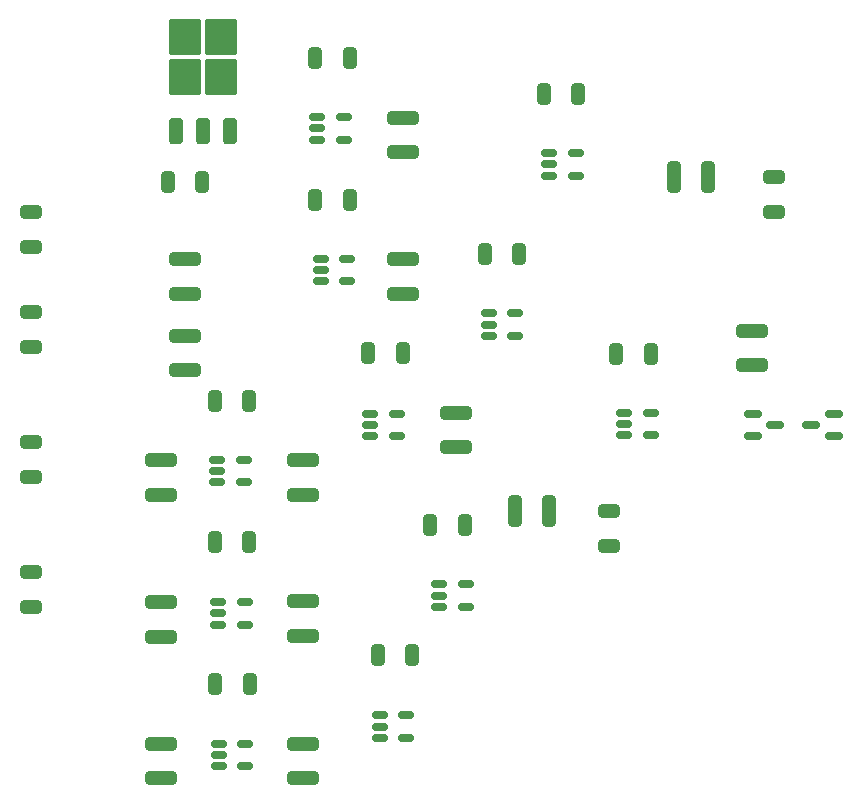
<source format=gbr>
%TF.GenerationSoftware,KiCad,Pcbnew,9.0.0*%
%TF.CreationDate,2025-10-06T07:12:43-05:00*%
%TF.ProjectId,BPSD-2025,42505344-2d32-4303-9235-2e6b69636164,rev?*%
%TF.SameCoordinates,Original*%
%TF.FileFunction,Paste,Top*%
%TF.FilePolarity,Positive*%
%FSLAX46Y46*%
G04 Gerber Fmt 4.6, Leading zero omitted, Abs format (unit mm)*
G04 Created by KiCad (PCBNEW 9.0.0) date 2025-10-06 07:12:43*
%MOMM*%
%LPD*%
G01*
G04 APERTURE LIST*
G04 Aperture macros list*
%AMRoundRect*
0 Rectangle with rounded corners*
0 $1 Rounding radius*
0 $2 $3 $4 $5 $6 $7 $8 $9 X,Y pos of 4 corners*
0 Add a 4 corners polygon primitive as box body*
4,1,4,$2,$3,$4,$5,$6,$7,$8,$9,$2,$3,0*
0 Add four circle primitives for the rounded corners*
1,1,$1+$1,$2,$3*
1,1,$1+$1,$4,$5*
1,1,$1+$1,$6,$7*
1,1,$1+$1,$8,$9*
0 Add four rect primitives between the rounded corners*
20,1,$1+$1,$2,$3,$4,$5,0*
20,1,$1+$1,$4,$5,$6,$7,0*
20,1,$1+$1,$6,$7,$8,$9,0*
20,1,$1+$1,$8,$9,$2,$3,0*%
G04 Aperture macros list end*
%ADD10RoundRect,0.150000X0.587500X0.150000X-0.587500X0.150000X-0.587500X-0.150000X0.587500X-0.150000X0*%
%ADD11RoundRect,0.250000X1.075000X-0.312500X1.075000X0.312500X-1.075000X0.312500X-1.075000X-0.312500X0*%
%ADD12RoundRect,0.250000X-0.325000X-0.650000X0.325000X-0.650000X0.325000X0.650000X-0.325000X0.650000X0*%
%ADD13RoundRect,0.250000X-1.075000X0.312500X-1.075000X-0.312500X1.075000X-0.312500X1.075000X0.312500X0*%
%ADD14RoundRect,0.250000X-0.650000X0.325000X-0.650000X-0.325000X0.650000X-0.325000X0.650000X0.325000X0*%
%ADD15RoundRect,0.150000X-0.512500X-0.150000X0.512500X-0.150000X0.512500X0.150000X-0.512500X0.150000X0*%
%ADD16RoundRect,0.150000X-0.587500X-0.150000X0.587500X-0.150000X0.587500X0.150000X-0.587500X0.150000X0*%
%ADD17RoundRect,0.250000X0.325000X0.650000X-0.325000X0.650000X-0.325000X-0.650000X0.325000X-0.650000X0*%
%ADD18RoundRect,0.250000X-0.312500X-1.075000X0.312500X-1.075000X0.312500X1.075000X-0.312500X1.075000X0*%
%ADD19RoundRect,0.250000X0.350000X-0.850000X0.350000X0.850000X-0.350000X0.850000X-0.350000X-0.850000X0*%
%ADD20RoundRect,0.250000X1.125000X-1.275000X1.125000X1.275000X-1.125000X1.275000X-1.125000X-1.275000X0*%
G04 APERTURE END LIST*
D10*
%TO.C,Q2*%
X186340000Y-103412500D03*
X186340000Y-101512500D03*
X184465000Y-102462500D03*
%TD*%
D11*
%TO.C,R13*%
X154402500Y-104387500D03*
X154402500Y-101462500D03*
%TD*%
D12*
%TO.C,C19*%
X133927500Y-112425000D03*
X136877500Y-112425000D03*
%TD*%
D11*
%TO.C,R22*%
X131402500Y-91350000D03*
X131402500Y-88425000D03*
%TD*%
D12*
%TO.C,C23*%
X152202500Y-110975000D03*
X155152500Y-110975000D03*
%TD*%
%TO.C,C21*%
X167927500Y-96462500D03*
X170877500Y-96462500D03*
%TD*%
D13*
%TO.C,R16*%
X129402500Y-129462500D03*
X129402500Y-132387500D03*
%TD*%
D11*
%TO.C,R23*%
X131402500Y-97850000D03*
X131402500Y-94925000D03*
%TD*%
%TO.C,R15*%
X141402500Y-108387500D03*
X141402500Y-105462500D03*
%TD*%
%TO.C,R21*%
X141377500Y-120350000D03*
X141377500Y-117425000D03*
%TD*%
D14*
%TO.C,C10*%
X167287500Y-109775000D03*
X167287500Y-112725000D03*
%TD*%
D12*
%TO.C,C24*%
X156790000Y-87975000D03*
X159740000Y-87975000D03*
%TD*%
%TO.C,C25*%
X161790000Y-74475000D03*
X164740000Y-74475000D03*
%TD*%
D15*
%TO.C,U7*%
X147902500Y-127075000D03*
X147902500Y-128025000D03*
X147902500Y-128975000D03*
X150177500Y-128975000D03*
X150177500Y-127075000D03*
%TD*%
%TO.C,U10*%
X134240000Y-117475000D03*
X134240000Y-118425000D03*
X134240000Y-119375000D03*
X136515000Y-119375000D03*
X136515000Y-117475000D03*
%TD*%
D14*
%TO.C,C26*%
X118402500Y-114950000D03*
X118402500Y-117900000D03*
%TD*%
D15*
%TO.C,U18*%
X157127500Y-93025000D03*
X157127500Y-93975000D03*
X157127500Y-94925000D03*
X159402500Y-94925000D03*
X159402500Y-93025000D03*
%TD*%
D12*
%TO.C,C17*%
X146927500Y-96425000D03*
X149877500Y-96425000D03*
%TD*%
D15*
%TO.C,U4*%
X142902500Y-88425000D03*
X142902500Y-89375000D03*
X142902500Y-90325000D03*
X145177500Y-90325000D03*
X145177500Y-88425000D03*
%TD*%
D12*
%TO.C,C16*%
X142427500Y-71425000D03*
X145377500Y-71425000D03*
%TD*%
D14*
%TO.C,C11*%
X181265000Y-81500000D03*
X181265000Y-84450000D03*
%TD*%
D11*
%TO.C,R24*%
X141402500Y-132387500D03*
X141402500Y-129462500D03*
%TD*%
D14*
%TO.C,C14*%
X118402500Y-103950000D03*
X118402500Y-106900000D03*
%TD*%
D15*
%TO.C,U6*%
X147127500Y-101525000D03*
X147127500Y-102475000D03*
X147127500Y-103425000D03*
X149402500Y-103425000D03*
X149402500Y-101525000D03*
%TD*%
D16*
%TO.C,Q1*%
X179527500Y-101512500D03*
X179527500Y-103412500D03*
X181402500Y-102462500D03*
%TD*%
D17*
%TO.C,C2*%
X132902500Y-81925000D03*
X129952500Y-81925000D03*
%TD*%
D14*
%TO.C,C13*%
X118402500Y-92925000D03*
X118402500Y-95875000D03*
%TD*%
D11*
%TO.C,R19*%
X179402500Y-97425000D03*
X179402500Y-94500000D03*
%TD*%
D12*
%TO.C,C20*%
X133952500Y-124425000D03*
X136902500Y-124425000D03*
%TD*%
%TO.C,C22*%
X147727500Y-121975000D03*
X150677500Y-121975000D03*
%TD*%
D13*
%TO.C,R17*%
X129377500Y-117500000D03*
X129377500Y-120425000D03*
%TD*%
%TO.C,R14*%
X129402500Y-105462500D03*
X129402500Y-108387500D03*
%TD*%
D14*
%TO.C,C4*%
X118402500Y-84450000D03*
X118402500Y-87400000D03*
%TD*%
D18*
%TO.C,R20*%
X159325000Y-109750000D03*
X162250000Y-109750000D03*
%TD*%
D15*
%TO.C,U11*%
X162265000Y-79475000D03*
X162265000Y-80425000D03*
X162265000Y-81375000D03*
X164540000Y-81375000D03*
X164540000Y-79475000D03*
%TD*%
D11*
%TO.C,R12*%
X149902500Y-79387500D03*
X149902500Y-76462500D03*
%TD*%
D19*
%TO.C,U3*%
X130695000Y-77625000D03*
X132975000Y-77625000D03*
D20*
X131450000Y-73000000D03*
X134500000Y-73000000D03*
X131450000Y-69650000D03*
X134500000Y-69650000D03*
D19*
X135255000Y-77625000D03*
%TD*%
D11*
%TO.C,R11*%
X149877500Y-91387500D03*
X149877500Y-88462500D03*
%TD*%
D15*
%TO.C,U9*%
X134127500Y-105425000D03*
X134127500Y-106375000D03*
X134127500Y-107325000D03*
X136402500Y-107325000D03*
X136402500Y-105425000D03*
%TD*%
%TO.C,U12*%
X134265000Y-129475000D03*
X134265000Y-130425000D03*
X134265000Y-131375000D03*
X136540000Y-131375000D03*
X136540000Y-129475000D03*
%TD*%
%TO.C,U5*%
X142627500Y-76425000D03*
X142627500Y-77375000D03*
X142627500Y-78325000D03*
X144902500Y-78325000D03*
X144902500Y-76425000D03*
%TD*%
D12*
%TO.C,C18*%
X133927500Y-100425000D03*
X136877500Y-100425000D03*
%TD*%
D15*
%TO.C,U17*%
X168627500Y-101462500D03*
X168627500Y-102412500D03*
X168627500Y-103362500D03*
X170902500Y-103362500D03*
X170902500Y-101462500D03*
%TD*%
%TO.C,U8*%
X152902500Y-115975000D03*
X152902500Y-116925000D03*
X152902500Y-117875000D03*
X155177500Y-117875000D03*
X155177500Y-115975000D03*
%TD*%
D18*
%TO.C,R18*%
X172802500Y-81475000D03*
X175727500Y-81475000D03*
%TD*%
D12*
%TO.C,C15*%
X142427500Y-83425000D03*
X145377500Y-83425000D03*
%TD*%
M02*

</source>
